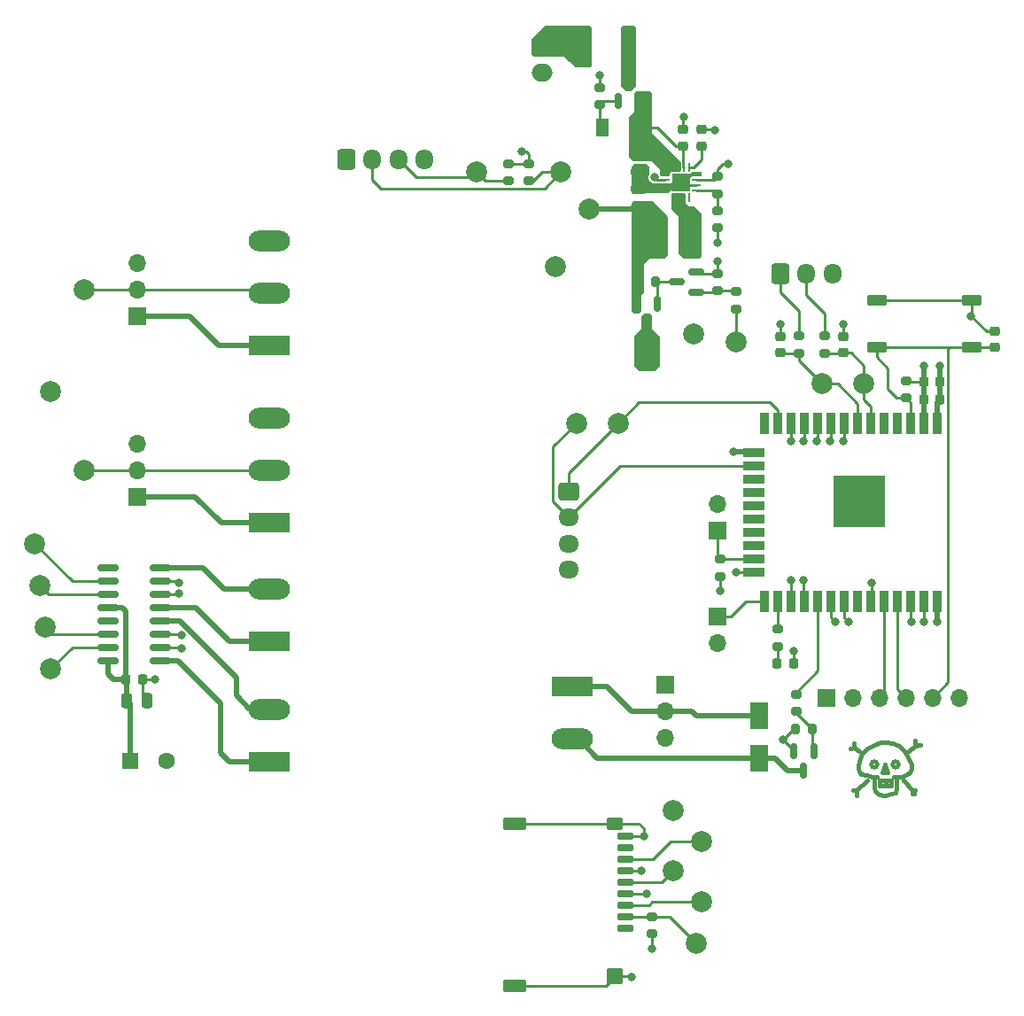
<source format=gtl>
%TF.GenerationSoftware,KiCad,Pcbnew,(6.0.5)*%
%TF.CreationDate,2022-06-07T15:07:26+00:00*%
%TF.ProjectId,co2_sensor_node,636f325f-7365-46e7-936f-725f6e6f6465,rev?*%
%TF.SameCoordinates,Original*%
%TF.FileFunction,Copper,L1,Top*%
%TF.FilePolarity,Positive*%
%FSLAX46Y46*%
G04 Gerber Fmt 4.6, Leading zero omitted, Abs format (unit mm)*
G04 Created by KiCad (PCBNEW (6.0.5)) date 2022-06-07 15:07:26*
%MOMM*%
%LPD*%
G01*
G04 APERTURE LIST*
G04 Aperture macros list*
%AMRoundRect*
0 Rectangle with rounded corners*
0 $1 Rounding radius*
0 $2 $3 $4 $5 $6 $7 $8 $9 X,Y pos of 4 corners*
0 Add a 4 corners polygon primitive as box body*
4,1,4,$2,$3,$4,$5,$6,$7,$8,$9,$2,$3,0*
0 Add four circle primitives for the rounded corners*
1,1,$1+$1,$2,$3*
1,1,$1+$1,$4,$5*
1,1,$1+$1,$6,$7*
1,1,$1+$1,$8,$9*
0 Add four rect primitives between the rounded corners*
20,1,$1+$1,$2,$3,$4,$5,0*
20,1,$1+$1,$4,$5,$6,$7,0*
20,1,$1+$1,$6,$7,$8,$9,0*
20,1,$1+$1,$8,$9,$2,$3,0*%
G04 Aperture macros list end*
%TA.AperFunction,EtchedComponent*%
%ADD10C,0.381000*%
%TD*%
%TA.AperFunction,ComponentPad*%
%ADD11R,1.700000X1.700000*%
%TD*%
%TA.AperFunction,ComponentPad*%
%ADD12O,1.700000X1.700000*%
%TD*%
%TA.AperFunction,ComponentPad*%
%ADD13C,2.000000*%
%TD*%
%TA.AperFunction,SMDPad,CuDef*%
%ADD14RoundRect,0.225000X0.250000X-0.225000X0.250000X0.225000X-0.250000X0.225000X-0.250000X-0.225000X0*%
%TD*%
%TA.AperFunction,SMDPad,CuDef*%
%ADD15RoundRect,0.200000X0.275000X-0.200000X0.275000X0.200000X-0.275000X0.200000X-0.275000X-0.200000X0*%
%TD*%
%TA.AperFunction,ComponentPad*%
%ADD16R,3.960000X1.980000*%
%TD*%
%TA.AperFunction,ComponentPad*%
%ADD17O,3.960000X1.980000*%
%TD*%
%TA.AperFunction,SMDPad,CuDef*%
%ADD18RoundRect,0.150000X-0.150000X0.587500X-0.150000X-0.587500X0.150000X-0.587500X0.150000X0.587500X0*%
%TD*%
%TA.AperFunction,SMDPad,CuDef*%
%ADD19RoundRect,0.250000X-0.475000X0.250000X-0.475000X-0.250000X0.475000X-0.250000X0.475000X0.250000X0*%
%TD*%
%TA.AperFunction,ComponentPad*%
%ADD20RoundRect,0.250000X-0.725000X0.600000X-0.725000X-0.600000X0.725000X-0.600000X0.725000X0.600000X0*%
%TD*%
%TA.AperFunction,ComponentPad*%
%ADD21O,1.950000X1.700000*%
%TD*%
%TA.AperFunction,SMDPad,CuDef*%
%ADD22RoundRect,0.100000X-0.850000X-0.400000X0.850000X-0.400000X0.850000X0.400000X-0.850000X0.400000X0*%
%TD*%
%TA.AperFunction,SMDPad,CuDef*%
%ADD23RoundRect,0.200000X-0.275000X0.200000X-0.275000X-0.200000X0.275000X-0.200000X0.275000X0.200000X0*%
%TD*%
%TA.AperFunction,ComponentPad*%
%ADD24RoundRect,0.250000X-0.750000X0.600000X-0.750000X-0.600000X0.750000X-0.600000X0.750000X0.600000X0*%
%TD*%
%TA.AperFunction,ComponentPad*%
%ADD25O,2.000000X1.700000*%
%TD*%
%TA.AperFunction,SMDPad,CuDef*%
%ADD26RoundRect,0.225000X-0.225000X-0.250000X0.225000X-0.250000X0.225000X0.250000X-0.225000X0.250000X0*%
%TD*%
%TA.AperFunction,SMDPad,CuDef*%
%ADD27RoundRect,0.110000X0.440000X1.740000X-0.440000X1.740000X-0.440000X-1.740000X0.440000X-1.740000X0*%
%TD*%
%TA.AperFunction,SMDPad,CuDef*%
%ADD28R,1.300000X1.700000*%
%TD*%
%TA.AperFunction,SMDPad,CuDef*%
%ADD29RoundRect,0.150000X0.587500X0.150000X-0.587500X0.150000X-0.587500X-0.150000X0.587500X-0.150000X0*%
%TD*%
%TA.AperFunction,SMDPad,CuDef*%
%ADD30RoundRect,0.150000X0.150000X-0.587500X0.150000X0.587500X-0.150000X0.587500X-0.150000X-0.587500X0*%
%TD*%
%TA.AperFunction,SMDPad,CuDef*%
%ADD31R,0.900000X2.000000*%
%TD*%
%TA.AperFunction,SMDPad,CuDef*%
%ADD32R,2.000000X0.900000*%
%TD*%
%TA.AperFunction,SMDPad,CuDef*%
%ADD33R,5.000000X5.000000*%
%TD*%
%TA.AperFunction,SMDPad,CuDef*%
%ADD34RoundRect,0.200000X0.200000X0.275000X-0.200000X0.275000X-0.200000X-0.275000X0.200000X-0.275000X0*%
%TD*%
%TA.AperFunction,SMDPad,CuDef*%
%ADD35RoundRect,0.200000X-0.200000X-0.275000X0.200000X-0.275000X0.200000X0.275000X-0.200000X0.275000X0*%
%TD*%
%TA.AperFunction,ComponentPad*%
%ADD36RoundRect,0.250000X-0.600000X-0.725000X0.600000X-0.725000X0.600000X0.725000X-0.600000X0.725000X0*%
%TD*%
%TA.AperFunction,ComponentPad*%
%ADD37O,1.700000X1.950000*%
%TD*%
%TA.AperFunction,SMDPad,CuDef*%
%ADD38RoundRect,0.218750X0.218750X0.256250X-0.218750X0.256250X-0.218750X-0.256250X0.218750X-0.256250X0*%
%TD*%
%TA.AperFunction,SMDPad,CuDef*%
%ADD39RoundRect,0.250000X0.475000X-0.250000X0.475000X0.250000X-0.475000X0.250000X-0.475000X-0.250000X0*%
%TD*%
%TA.AperFunction,SMDPad,CuDef*%
%ADD40RoundRect,0.250000X-0.250000X-0.475000X0.250000X-0.475000X0.250000X0.475000X-0.250000X0.475000X0*%
%TD*%
%TA.AperFunction,SMDPad,CuDef*%
%ADD41RoundRect,0.150000X-0.850000X-0.150000X0.850000X-0.150000X0.850000X0.150000X-0.850000X0.150000X0*%
%TD*%
%TA.AperFunction,ComponentPad*%
%ADD42R,1.600000X1.600000*%
%TD*%
%TA.AperFunction,ComponentPad*%
%ADD43C,1.600000*%
%TD*%
%TA.AperFunction,SMDPad,CuDef*%
%ADD44RoundRect,0.175000X-0.625000X0.175000X-0.625000X-0.175000X0.625000X-0.175000X0.625000X0.175000X0*%
%TD*%
%TA.AperFunction,SMDPad,CuDef*%
%ADD45RoundRect,0.120000X-0.630000X0.480000X-0.630000X-0.480000X0.630000X-0.480000X0.630000X0.480000X0*%
%TD*%
%TA.AperFunction,SMDPad,CuDef*%
%ADD46RoundRect,0.150000X-0.600000X0.650000X-0.600000X-0.650000X0.600000X-0.650000X0.600000X0.650000X0*%
%TD*%
%TA.AperFunction,SMDPad,CuDef*%
%ADD47RoundRect,0.120000X-0.980000X0.480000X-0.980000X-0.480000X0.980000X-0.480000X0.980000X0.480000X0*%
%TD*%
%TA.AperFunction,SMDPad,CuDef*%
%ADD48R,1.800000X2.500000*%
%TD*%
%TA.AperFunction,SMDPad,CuDef*%
%ADD49RoundRect,0.062500X0.062500X-0.350000X0.062500X0.350000X-0.062500X0.350000X-0.062500X-0.350000X0*%
%TD*%
%TA.AperFunction,SMDPad,CuDef*%
%ADD50RoundRect,0.062500X0.350000X-0.062500X0.350000X0.062500X-0.350000X0.062500X-0.350000X-0.062500X0*%
%TD*%
%TA.AperFunction,ComponentPad*%
%ADD51C,0.500000*%
%TD*%
%TA.AperFunction,SMDPad,CuDef*%
%ADD52R,1.680000X1.680000*%
%TD*%
%TA.AperFunction,SMDPad,CuDef*%
%ADD53RoundRect,0.250000X0.312500X1.450000X-0.312500X1.450000X-0.312500X-1.450000X0.312500X-1.450000X0*%
%TD*%
%TA.AperFunction,ViaPad*%
%ADD54C,0.800000*%
%TD*%
%TA.AperFunction,Conductor*%
%ADD55C,0.250000*%
%TD*%
%TA.AperFunction,Conductor*%
%ADD56C,0.500000*%
%TD*%
G04 APERTURE END LIST*
D10*
%TO.C,REF\u002A\u002A*%
X184611000Y-131659000D02*
X184865000Y-131913000D01*
X186770000Y-130262000D02*
X186389000Y-130262000D01*
X188421000Y-127341000D02*
X188929000Y-127214000D01*
X184484000Y-131405000D02*
X184484000Y-131024000D01*
X187786000Y-127849000D02*
X188421000Y-127341000D01*
X183214000Y-130008000D02*
X183722000Y-130135000D01*
X184865000Y-131913000D02*
X185246000Y-132040000D01*
X186643000Y-131024000D02*
X186643000Y-131405000D01*
X186897000Y-127341000D02*
X187405000Y-127849000D01*
X187659000Y-130008000D02*
X187151000Y-130262000D01*
X183087000Y-128738000D02*
X183341000Y-128103000D01*
X187278000Y-130643000D02*
X188167000Y-131532000D01*
X185627000Y-132040000D02*
X185246000Y-132040000D01*
X188167000Y-131532000D02*
X188421000Y-131532000D01*
X188421000Y-127341000D02*
X188421000Y-126833000D01*
X183722000Y-130135000D02*
X184357000Y-130262000D01*
X185754000Y-129881000D02*
X185246000Y-129881000D01*
X184484000Y-131024000D02*
X184484000Y-130262000D01*
X186135000Y-131151000D02*
X184992000Y-131151000D01*
X188167000Y-131532000D02*
X188167000Y-131913000D01*
X183087000Y-129754000D02*
X183214000Y-130008000D01*
X188040000Y-129119000D02*
X188040000Y-129500000D01*
X187913000Y-128738000D02*
X188040000Y-129119000D01*
X186643000Y-131405000D02*
X186516000Y-131786000D01*
X183849000Y-127595000D02*
X184484000Y-127214000D01*
X186643000Y-130262000D02*
X186643000Y-131024000D01*
X182960000Y-129500000D02*
X183087000Y-129754000D01*
X185500000Y-129119000D02*
X185754000Y-129881000D01*
X186516000Y-131786000D02*
X186135000Y-131913000D01*
X185627000Y-130770000D02*
X185627000Y-131024000D01*
X182833000Y-131532000D02*
X182833000Y-132040000D01*
X184484000Y-127214000D02*
X185119000Y-126960000D01*
X186135000Y-131913000D02*
X185627000Y-132040000D01*
X187405000Y-127849000D02*
X187659000Y-128230000D01*
X182833000Y-131532000D02*
X182452000Y-131532000D01*
X184992000Y-131151000D02*
X184992000Y-130643000D01*
X182960000Y-129246000D02*
X183087000Y-128738000D01*
X188167000Y-131913000D02*
X188294000Y-131913000D01*
X183341000Y-128103000D02*
X183849000Y-127595000D01*
X186135000Y-130643000D02*
X186135000Y-131151000D01*
X185246000Y-129881000D02*
X185500000Y-129119000D01*
X187913000Y-129881000D02*
X187659000Y-130008000D01*
X182960000Y-129500000D02*
X182960000Y-129246000D01*
X184484000Y-131405000D02*
X184611000Y-131659000D01*
X183849000Y-130643000D02*
X182833000Y-131532000D01*
X182579000Y-127468000D02*
X182579000Y-127087000D01*
X185119000Y-126960000D02*
X185627000Y-126960000D01*
X188040000Y-129500000D02*
X187913000Y-129881000D01*
X182579000Y-127468000D02*
X182198000Y-127595000D01*
X185627000Y-126960000D02*
X186262000Y-127087000D01*
X187151000Y-130262000D02*
X186770000Y-130262000D01*
X183087000Y-127849000D02*
X182579000Y-127468000D01*
X186262000Y-127087000D02*
X186897000Y-127341000D01*
X184992000Y-130643000D02*
X186135000Y-130643000D01*
X187659000Y-128230000D02*
X187913000Y-128738000D01*
X184357000Y-130262000D02*
X184738000Y-130262000D01*
X184767981Y-129119000D02*
G75*
G03*
X184767981Y-129119000I-283981J0D01*
G01*
X186799981Y-129119000D02*
G75*
G03*
X186799981Y-129119000I-283981J0D01*
G01*
%TD*%
D11*
%TO.P,JP1,1,Pin_1*%
%TO.N,/Microprocessor section/MTDO*%
X169500000Y-106750000D03*
D12*
%TO.P,JP1,2,Pin_2*%
%TO.N,+3V3*%
X169500000Y-104210000D03*
%TD*%
D13*
%TO.P,TP6,1,1*%
%TO.N,/CO2 Sensor Connector/UART_RX*%
X156000000Y-96500000D03*
%TD*%
D14*
%TO.P,C3,1*%
%TO.N,Net-(C3-Pad1)*%
X168000000Y-70000000D03*
%TO.P,C3,2*%
%TO.N,GND*%
X168000000Y-68450000D03*
%TD*%
D15*
%TO.P,R14,1*%
%TO.N,Net-(Q4-Pad1)*%
X177000000Y-124075000D03*
%TO.P,R14,2*%
%TO.N,/Fan/FAN*%
X177000000Y-122425000D03*
%TD*%
D16*
%TO.P,J3,1,Pin_1*%
%TO.N,/Valve Driver/OUT_B*%
X126625000Y-117335000D03*
D17*
%TO.P,J3,2,Pin_2*%
%TO.N,/Valve Driver/OUT_A*%
X126625000Y-112335000D03*
%TD*%
D13*
%TO.P,TP5,1,1*%
%TO.N,/Microprocessor section/PWR_EN*%
X171250000Y-88750000D03*
%TD*%
D18*
%TO.P,Q2,1,G*%
%TO.N,Net-(Q1-Pad3)*%
X163700000Y-85062500D03*
%TO.P,Q2,2,S*%
%TO.N,+3V3*%
X161800000Y-85062500D03*
%TO.P,Q2,3,D*%
%TO.N,/Atmo sensor/3V3_IN*%
X162750000Y-86937500D03*
%TD*%
%TO.P,Q4,1,G*%
%TO.N,Net-(Q4-Pad1)*%
X178700000Y-127812500D03*
%TO.P,Q4,2,S*%
%TO.N,GND*%
X176800000Y-127812500D03*
%TO.P,Q4,3,D*%
%TO.N,Net-(D3-Pad2)*%
X177750000Y-129687500D03*
%TD*%
D13*
%TO.P,TP2,1,1*%
%TO.N,/Atmo sensor/SCL*%
X154500000Y-72500000D03*
%TD*%
D19*
%TO.P,C1,1*%
%TO.N,+BATT*%
X162000000Y-70550000D03*
%TO.P,C1,2*%
%TO.N,GND*%
X162000000Y-72450000D03*
%TD*%
D16*
%TO.P,J5,1,Pin_1*%
%TO.N,/Atmo sensor/3V3_IN*%
X126625000Y-106045000D03*
D17*
%TO.P,J5,2,Pin_2*%
%TO.N,/Microprocessor section/MOISTURE_SENSOR*%
X126625000Y-101045000D03*
%TO.P,J5,3,Pin_3*%
%TO.N,GND*%
X126625000Y-96045000D03*
%TD*%
D15*
%TO.P,R3,1*%
%TO.N,Net-(D1-Pad2)*%
X175250000Y-117825000D03*
%TO.P,R3,2*%
%TO.N,/Microprocessor section/STATUS_LED*%
X175250000Y-116175000D03*
%TD*%
D13*
%TO.P,TP4,1,1*%
%TO.N,+3V3*%
X157250000Y-76000000D03*
%TD*%
D11*
%TO.P,J11,1,Pin_1*%
%TO.N,+3V3*%
X179900000Y-122750000D03*
D12*
%TO.P,J11,2,Pin_2*%
%TO.N,GND*%
X182440000Y-122750000D03*
%TO.P,J11,3,Pin_3*%
%TO.N,/Microprocessor section/RXD0*%
X184980000Y-122750000D03*
%TO.P,J11,4,Pin_4*%
%TO.N,/Microprocessor section/TXD0*%
X187520000Y-122750000D03*
%TO.P,J11,5,Pin_5*%
%TO.N,/Microprocessor section/EN*%
X190060000Y-122750000D03*
%TO.P,J11,6,Pin_6*%
%TO.N,/Microprocessor section/BOOT*%
X192600000Y-122750000D03*
%TD*%
D15*
%TO.P,R4,1*%
%TO.N,/Microprocessor section/PWR_EN*%
X171250000Y-85575000D03*
%TO.P,R4,2*%
%TO.N,Net-(Q1-Pad1)*%
X171250000Y-83925000D03*
%TD*%
D20*
%TO.P,J9,1,Pin_1*%
%TO.N,/CO2 Sensor Connector/UART_TX*%
X155250000Y-103000000D03*
D21*
%TO.P,J9,2,Pin_2*%
%TO.N,/CO2 Sensor Connector/UART_RX*%
X155250000Y-105500000D03*
%TO.P,J9,3,Pin_3*%
%TO.N,/Atmo sensor/3V3_IN*%
X155250000Y-108000000D03*
%TO.P,J9,4,Pin_4*%
%TO.N,GND*%
X155250000Y-110500000D03*
%TD*%
D13*
%TO.P,TP15,1,1*%
%TO.N,/Microprocessor section/CELL_2*%
X179500000Y-92750000D03*
%TD*%
D14*
%TO.P,C4,1*%
%TO.N,/Microprocessor section/CELL_1*%
X181500000Y-89775000D03*
%TO.P,C4,2*%
%TO.N,GND*%
X181500000Y-88225000D03*
%TD*%
D11*
%TO.P,J2,1,Pin_1*%
%TO.N,/Atmo sensor/3V3_IN*%
X114000000Y-86290000D03*
D12*
%TO.P,J2,2,Pin_2*%
%TO.N,/Microprocessor section/TEMP_SENSOR*%
X114000000Y-83750000D03*
%TO.P,J2,3,Pin_3*%
%TO.N,GND*%
X114000000Y-81210000D03*
%TD*%
D11*
%TO.P,J12,1,Pin_1*%
%TO.N,+BATT*%
X164500000Y-121475000D03*
D12*
%TO.P,J12,2,Pin_2*%
%TO.N,Net-(D3-Pad1)*%
X164500000Y-124015000D03*
%TO.P,J12,3,Pin_3*%
%TO.N,/Atmo sensor/3V3_IN*%
X164500000Y-126555000D03*
%TD*%
D13*
%TO.P,TP1,1,1*%
%TO.N,/Atmo sensor/3V3_IN*%
X162750000Y-90250000D03*
%TD*%
D22*
%TO.P,SW1,1,1*%
%TO.N,GND*%
X193800000Y-84740000D03*
X184700000Y-84740000D03*
%TO.P,SW1,2,2*%
%TO.N,/Microprocessor section/EN*%
X193800000Y-89240000D03*
X184700000Y-89240000D03*
%TD*%
D23*
%TO.P,R11,1*%
%TO.N,Net-(R10-Pad2)*%
X169500000Y-76175000D03*
%TO.P,R11,2*%
%TO.N,GND*%
X169500000Y-77825000D03*
%TD*%
D15*
%TO.P,R2,1*%
%TO.N,/Atmo sensor/SDA*%
X149500000Y-73325000D03*
%TO.P,R2,2*%
%TO.N,/Atmo sensor/3V3_IN*%
X149500000Y-71675000D03*
%TD*%
D23*
%TO.P,R13,1*%
%TO.N,+3V3*%
X187500000Y-92425000D03*
%TO.P,R13,2*%
%TO.N,/Microprocessor section/EN*%
X187500000Y-94075000D03*
%TD*%
D24*
%TO.P,J7,1,Pin_1*%
%TO.N,Net-(F1-Pad2)*%
X152775000Y-60500000D03*
D25*
%TO.P,J7,2,Pin_2*%
%TO.N,GND*%
X152775000Y-63000000D03*
%TD*%
D13*
%TO.P,TP16,1,1*%
%TO.N,/Microprocessor section/VALVE_1_REV*%
X104750000Y-112000000D03*
%TD*%
D15*
%TO.P,R9,1*%
%TO.N,Net-(D2-Pad2)*%
X158250000Y-66075000D03*
%TO.P,R9,2*%
%TO.N,GND*%
X158250000Y-64425000D03*
%TD*%
D23*
%TO.P,R7,1*%
%TO.N,Net-(J8-Pad2)*%
X179750000Y-88175000D03*
%TO.P,R7,2*%
%TO.N,/Microprocessor section/CELL_1*%
X179750000Y-89825000D03*
%TD*%
D26*
%TO.P,C12,1*%
%TO.N,/Atmo sensor/3V3_IN*%
X112975000Y-121000000D03*
%TO.P,C12,2*%
%TO.N,GND*%
X114525000Y-121000000D03*
%TD*%
D14*
%TO.P,C2,1*%
%TO.N,+BATT*%
X166225000Y-70000000D03*
%TO.P,C2,2*%
%TO.N,GND*%
X166225000Y-68450000D03*
%TD*%
D16*
%TO.P,J4,1,Pin_1*%
%TO.N,/Valve Driver/OUT_D*%
X126625000Y-128835000D03*
D17*
%TO.P,J4,2,Pin_2*%
%TO.N,/Valve Driver/OUT_C*%
X126625000Y-123835000D03*
%TD*%
D15*
%TO.P,R1,1*%
%TO.N,/Atmo sensor/SCL*%
X151500000Y-73325000D03*
%TO.P,R1,2*%
%TO.N,/Atmo sensor/3V3_IN*%
X151500000Y-71675000D03*
%TD*%
D27*
%TO.P,L1,1,1*%
%TO.N,Net-(L1-Pad1)*%
X167000000Y-78500000D03*
%TO.P,L1,2,2*%
%TO.N,+3V3*%
X164000000Y-78500000D03*
%TD*%
D13*
%TO.P,TP10,1,1*%
%TO.N,GND*%
X105750000Y-93500000D03*
%TD*%
D28*
%TO.P,D2,1,K*%
%TO.N,+BATT*%
X162000000Y-68250000D03*
%TO.P,D2,2,A*%
%TO.N,Net-(D2-Pad2)*%
X158500000Y-68250000D03*
%TD*%
D29*
%TO.P,Q1,1,G*%
%TO.N,Net-(Q1-Pad1)*%
X167437500Y-83950000D03*
%TO.P,Q1,2,S*%
%TO.N,GND*%
X167437500Y-82050000D03*
%TO.P,Q1,3,D*%
%TO.N,Net-(Q1-Pad3)*%
X165562500Y-83000000D03*
%TD*%
D13*
%TO.P,TP13,1,1*%
%TO.N,/Microprocessor section/TEMP_SENSOR*%
X109000000Y-83750000D03*
%TD*%
%TO.P,TP18,1,1*%
%TO.N,/Microprocessor section/VALVE_1_FWD*%
X104250000Y-108000000D03*
%TD*%
D11*
%TO.P,JP2,1,Pin_1*%
%TO.N,/Microprocessor section/BOOT*%
X169500000Y-114975000D03*
D12*
%TO.P,JP2,2,Pin_2*%
%TO.N,GND*%
X169500000Y-117515000D03*
%TD*%
D26*
%TO.P,C8,1*%
%TO.N,+3V3*%
X189225000Y-92500000D03*
%TO.P,C8,2*%
%TO.N,GND*%
X190775000Y-92500000D03*
%TD*%
D30*
%TO.P,Q3,1,G*%
%TO.N,Net-(D2-Pad2)*%
X160050000Y-65687500D03*
%TO.P,Q3,2,S*%
%TO.N,+BATT*%
X161950000Y-65687500D03*
%TO.P,Q3,3,D*%
%TO.N,Net-(F1-Pad1)*%
X161000000Y-63812500D03*
%TD*%
D13*
%TO.P,TP9,1,1*%
%TO.N,GND*%
X167250000Y-88000000D03*
%TD*%
D31*
%TO.P,U2,1,GND*%
%TO.N,GND*%
X190505000Y-96500000D03*
%TO.P,U2,2,VDD*%
%TO.N,+3V3*%
X189235000Y-96500000D03*
%TO.P,U2,3,EN*%
%TO.N,/Microprocessor section/EN*%
X187965000Y-96500000D03*
%TO.P,U2,4,SENSOR_VP*%
%TO.N,unconnected-(U2-Pad4)*%
X186695000Y-96500000D03*
%TO.P,U2,5,SENSOR_VN*%
%TO.N,unconnected-(U2-Pad5)*%
X185425000Y-96500000D03*
%TO.P,U2,6,IO34*%
%TO.N,/Microprocessor section/CELL_1*%
X184155000Y-96500000D03*
%TO.P,U2,7,IO35*%
%TO.N,/Microprocessor section/CELL_2*%
X182885000Y-96500000D03*
%TO.P,U2,8,IO32*%
%TO.N,/Microprocessor section/VALVE_1_FWD*%
X181615000Y-96500000D03*
%TO.P,U2,9,IO33*%
%TO.N,/Microprocessor section/VALVE_1_REV*%
X180345000Y-96500000D03*
%TO.P,U2,10,IO25*%
%TO.N,/Microprocessor section/MOISTURE_SENSOR*%
X179075000Y-96500000D03*
%TO.P,U2,11,IO26*%
%TO.N,/Microprocessor section/VALVE_2_FWD*%
X177805000Y-96500000D03*
%TO.P,U2,12,IO27*%
%TO.N,/Microprocessor section/VALVE_2_REV*%
X176535000Y-96500000D03*
%TO.P,U2,13,IO14*%
%TO.N,/CO2 Sensor Connector/UART_TX*%
X175265000Y-96500000D03*
%TO.P,U2,14,IO12*%
%TO.N,/Microprocessor section/MTDI*%
X173995000Y-96500000D03*
D32*
%TO.P,U2,15,GND*%
%TO.N,GND*%
X172995000Y-99285000D03*
%TO.P,U2,16,IO13*%
%TO.N,/CO2 Sensor Connector/UART_RX*%
X172995000Y-100555000D03*
%TO.P,U2,17,SHD/SD2*%
%TO.N,unconnected-(U2-Pad17)*%
X172995000Y-101825000D03*
%TO.P,U2,18,SWP/SD3*%
%TO.N,unconnected-(U2-Pad18)*%
X172995000Y-103095000D03*
%TO.P,U2,19,SCS/CMD*%
%TO.N,unconnected-(U2-Pad19)*%
X172995000Y-104365000D03*
%TO.P,U2,20,SCK/CLK*%
%TO.N,unconnected-(U2-Pad20)*%
X172995000Y-105635000D03*
%TO.P,U2,21,SDO/SD0*%
%TO.N,unconnected-(U2-Pad21)*%
X172995000Y-106905000D03*
%TO.P,U2,22,SDI/SD1*%
%TO.N,unconnected-(U2-Pad22)*%
X172995000Y-108175000D03*
%TO.P,U2,23,IO15*%
%TO.N,/Microprocessor section/MTDO*%
X172995000Y-109445000D03*
%TO.P,U2,24,IO2*%
%TO.N,/Microprocessor section/PWR_EN*%
X172995000Y-110715000D03*
D31*
%TO.P,U2,25,IO0*%
%TO.N,/Microprocessor section/BOOT*%
X173995000Y-113500000D03*
%TO.P,U2,26,IO4*%
%TO.N,/Microprocessor section/STATUS_LED*%
X175265000Y-113500000D03*
%TO.P,U2,27,IO16*%
%TO.N,/Atmo sensor/SDA*%
X176535000Y-113500000D03*
%TO.P,U2,28,IO17*%
%TO.N,/Atmo sensor/SCL*%
X177805000Y-113500000D03*
%TO.P,U2,29,IO5*%
%TO.N,/Fan/FAN*%
X179075000Y-113500000D03*
%TO.P,U2,30,IO18*%
%TO.N,/Microprocessor section/SPI_SCLK*%
X180345000Y-113500000D03*
%TO.P,U2,31,IO19*%
%TO.N,/Microprocessor section/SPI_MISO*%
X181615000Y-113500000D03*
%TO.P,U2,32,NC*%
%TO.N,unconnected-(U2-Pad32)*%
X182885000Y-113500000D03*
%TO.P,U2,33,IO21*%
%TO.N,/Microprocessor section/TEMP_SENSOR*%
X184155000Y-113500000D03*
%TO.P,U2,34,RXD0/IO3*%
%TO.N,/Microprocessor section/RXD0*%
X185425000Y-113500000D03*
%TO.P,U2,35,TXD0/IO1*%
%TO.N,/Microprocessor section/TXD0*%
X186695000Y-113500000D03*
%TO.P,U2,36,IO22*%
%TO.N,/Microprocessor section/SPI_SD_CSN*%
X187965000Y-113500000D03*
%TO.P,U2,37,IO23*%
%TO.N,/Microprocessor section/SPI_MOSI*%
X189235000Y-113500000D03*
%TO.P,U2,38,GND*%
%TO.N,GND*%
X190505000Y-113500000D03*
D33*
%TO.P,U2,39,GND*%
X183005000Y-104000000D03*
%TD*%
D14*
%TO.P,C7,1*%
%TO.N,/Microprocessor section/EN*%
X196000000Y-89275000D03*
%TO.P,C7,2*%
%TO.N,GND*%
X196000000Y-87725000D03*
%TD*%
D13*
%TO.P,TP12,1,1*%
%TO.N,/Microprocessor section/MOISTURE_SENSOR*%
X109000000Y-101000000D03*
%TD*%
D34*
%TO.P,R15,1*%
%TO.N,Net-(Q4-Pad1)*%
X178575000Y-125750000D03*
%TO.P,R15,2*%
%TO.N,GND*%
X176925000Y-125750000D03*
%TD*%
D35*
%TO.P,R6,1*%
%TO.N,+3V3*%
X161925000Y-83000000D03*
%TO.P,R6,2*%
%TO.N,Net-(Q1-Pad3)*%
X163575000Y-83000000D03*
%TD*%
D36*
%TO.P,J10,1,Pin_1*%
%TO.N,/Atmo sensor/3V3_IN*%
X134000000Y-71250000D03*
D37*
%TO.P,J10,2,Pin_2*%
%TO.N,/Atmo sensor/SCL*%
X136500000Y-71250000D03*
%TO.P,J10,3,Pin_3*%
%TO.N,/Atmo sensor/SDA*%
X139000000Y-71250000D03*
%TO.P,J10,4,Pin_4*%
%TO.N,GND*%
X141500000Y-71250000D03*
%TD*%
D38*
%TO.P,D1,1,K*%
%TO.N,GND*%
X176787500Y-119500000D03*
%TO.P,D1,2,A*%
%TO.N,Net-(D1-Pad2)*%
X175212500Y-119500000D03*
%TD*%
D16*
%TO.P,J6,1,Pin_1*%
%TO.N,/Atmo sensor/3V3_IN*%
X126625000Y-89045000D03*
D17*
%TO.P,J6,2,Pin_2*%
%TO.N,/Microprocessor section/TEMP_SENSOR*%
X126625000Y-84045000D03*
%TO.P,J6,3,Pin_3*%
%TO.N,GND*%
X126625000Y-79045000D03*
%TD*%
D15*
%TO.P,R12,1*%
%TO.N,GND*%
X169750000Y-111150000D03*
%TO.P,R12,2*%
%TO.N,/Microprocessor section/MTDO*%
X169750000Y-109500000D03*
%TD*%
D13*
%TO.P,TP11,1,1*%
%TO.N,GND*%
X165250000Y-133500000D03*
%TD*%
%TO.P,TP8,1,1*%
%TO.N,GND*%
X154000000Y-81500000D03*
%TD*%
D39*
%TO.P,C6,1*%
%TO.N,+3V3*%
X162000000Y-75950000D03*
%TO.P,C6,2*%
%TO.N,GND*%
X162000000Y-74050000D03*
%TD*%
D13*
%TO.P,TP3,1,1*%
%TO.N,/Atmo sensor/SDA*%
X146500000Y-72500000D03*
%TD*%
D40*
%TO.P,C11,1*%
%TO.N,/Atmo sensor/3V3_IN*%
X113050000Y-123000000D03*
%TO.P,C11,2*%
%TO.N,GND*%
X114950000Y-123000000D03*
%TD*%
D26*
%TO.P,C9,1*%
%TO.N,+3V3*%
X189225000Y-94250000D03*
%TO.P,C9,2*%
%TO.N,GND*%
X190775000Y-94250000D03*
%TD*%
D15*
%TO.P,R5,1*%
%TO.N,Net-(Q1-Pad1)*%
X169500000Y-83825000D03*
%TO.P,R5,2*%
%TO.N,GND*%
X169500000Y-82175000D03*
%TD*%
%TO.P,R16,1*%
%TO.N,/Atmo sensor/3V3_IN*%
X163250000Y-145325000D03*
%TO.P,R16,2*%
%TO.N,/Microprocessor section/SPI_SD_CSN*%
X163250000Y-143675000D03*
%TD*%
D14*
%TO.P,C5,1*%
%TO.N,/Microprocessor section/CELL_2*%
X175500000Y-89775000D03*
%TO.P,C5,2*%
%TO.N,GND*%
X175500000Y-88225000D03*
%TD*%
D13*
%TO.P,TP19,1,1*%
%TO.N,/Microprocessor section/VALVE_2_REV*%
X105750000Y-120000000D03*
%TD*%
D41*
%TO.P,U3,1*%
%TO.N,N/C*%
X111250000Y-110305000D03*
%TO.P,U3,2,INA*%
%TO.N,/Microprocessor section/VALVE_1_FWD*%
X111250000Y-111575000D03*
%TO.P,U3,3,INB*%
%TO.N,/Microprocessor section/VALVE_1_REV*%
X111250000Y-112845000D03*
%TO.P,U3,4,VDD*%
%TO.N,/Atmo sensor/3V3_IN*%
X111250000Y-114115000D03*
%TO.P,U3,5*%
%TO.N,N/C*%
X111250000Y-115385000D03*
%TO.P,U3,6,INC*%
%TO.N,/Microprocessor section/VALVE_2_FWD*%
X111250000Y-116655000D03*
%TO.P,U3,7,IND*%
%TO.N,/Microprocessor section/VALVE_2_REV*%
X111250000Y-117925000D03*
%TO.P,U3,8,VDD*%
%TO.N,/Atmo sensor/3V3_IN*%
X111250000Y-119195000D03*
%TO.P,U3,9,OUTD*%
%TO.N,/Valve Driver/OUT_D*%
X116250000Y-119195000D03*
%TO.P,U3,10,AGND*%
%TO.N,GND*%
X116250000Y-117925000D03*
%TO.P,U3,11,PGND*%
X116250000Y-116655000D03*
%TO.P,U3,12,OUTC*%
%TO.N,/Valve Driver/OUT_C*%
X116250000Y-115385000D03*
%TO.P,U3,13,OUTB*%
%TO.N,/Valve Driver/OUT_B*%
X116250000Y-114115000D03*
%TO.P,U3,14,AGND*%
%TO.N,GND*%
X116250000Y-112845000D03*
%TO.P,U3,15,PGND*%
X116250000Y-111575000D03*
%TO.P,U3,16,OUTA*%
%TO.N,/Valve Driver/OUT_A*%
X116250000Y-110305000D03*
%TD*%
D42*
%TO.P,C10,1*%
%TO.N,/Atmo sensor/3V3_IN*%
X113347349Y-128750000D03*
D43*
%TO.P,C10,2*%
%TO.N,GND*%
X116847349Y-128750000D03*
%TD*%
D11*
%TO.P,J1,1,Pin_1*%
%TO.N,/Atmo sensor/3V3_IN*%
X114000000Y-103540000D03*
D12*
%TO.P,J1,2,Pin_2*%
%TO.N,/Microprocessor section/MOISTURE_SENSOR*%
X114000000Y-101000000D03*
%TO.P,J1,3,Pin_3*%
%TO.N,GND*%
X114000000Y-98460000D03*
%TD*%
D13*
%TO.P,TP14,1,1*%
%TO.N,/Microprocessor section/CELL_1*%
X183500000Y-92750000D03*
%TD*%
%TO.P,TP20,1,1*%
%TO.N,/Microprocessor section/SPI_MOSI*%
X168000000Y-142250000D03*
%TD*%
%TO.P,TP7,1,1*%
%TO.N,/CO2 Sensor Connector/UART_TX*%
X160000000Y-96500000D03*
%TD*%
D44*
%TO.P,J14,1,DAT2*%
%TO.N,unconnected-(J14-Pad1)*%
X160700000Y-144750000D03*
%TO.P,J14,2,DAT3/CD*%
%TO.N,/Microprocessor section/SPI_SD_CSN*%
X160700000Y-143650000D03*
%TO.P,J14,3,CMD*%
%TO.N,/Microprocessor section/SPI_MOSI*%
X160700000Y-142550000D03*
%TO.P,J14,4,VDD*%
%TO.N,/Atmo sensor/3V3_IN*%
X160700000Y-141450000D03*
%TO.P,J14,5,CLK*%
%TO.N,/Microprocessor section/SPI_SCLK*%
X160700000Y-140350000D03*
%TO.P,J14,6,VSS*%
%TO.N,GND*%
X160700000Y-139250000D03*
%TO.P,J14,7,DAT0*%
%TO.N,/Microprocessor section/SPI_MISO*%
X160700000Y-138150000D03*
%TO.P,J14,8,DAT1*%
%TO.N,unconnected-(J14-Pad8)*%
X160700000Y-137050000D03*
%TO.P,J14,9,DET_B*%
%TO.N,GND*%
X160700000Y-135950000D03*
D45*
%TO.P,J14,11,SHIELD*%
X159700000Y-134750000D03*
D46*
X159700000Y-149350000D03*
D47*
X150100000Y-150250000D03*
X150100000Y-134750000D03*
%TD*%
D48*
%TO.P,D3,1,K*%
%TO.N,Net-(D3-Pad1)*%
X173500000Y-124500000D03*
%TO.P,D3,2,A*%
%TO.N,Net-(D3-Pad2)*%
X173500000Y-128500000D03*
%TD*%
D13*
%TO.P,TP17,1,1*%
%TO.N,/Microprocessor section/VALVE_2_FWD*%
X105250000Y-116000000D03*
%TD*%
%TO.P,TP21,1,1*%
%TO.N,/Microprocessor section/SPI_SCLK*%
X165250000Y-139250000D03*
%TD*%
%TO.P,TP22,1,1*%
%TO.N,/Microprocessor section/SPI_SD_CSN*%
X167500000Y-146250000D03*
%TD*%
D49*
%TO.P,U1,1,SW*%
%TO.N,Net-(L1-Pad1)*%
X165250000Y-74962500D03*
%TO.P,U1,2,SW*%
X165750000Y-74962500D03*
%TO.P,U1,3,SW*%
X166250000Y-74962500D03*
%TO.P,U1,4,PG*%
%TO.N,unconnected-(U1-Pad4)*%
X166750000Y-74962500D03*
D50*
%TO.P,U1,5,FB*%
%TO.N,Net-(R10-Pad2)*%
X167462500Y-74250000D03*
%TO.P,U1,6,AGND*%
%TO.N,GND*%
X167462500Y-73750000D03*
%TO.P,U1,7,FSW*%
%TO.N,+3V3*%
X167462500Y-73250000D03*
%TO.P,U1,8,DEF*%
%TO.N,GND*%
X167462500Y-72750000D03*
D49*
%TO.P,U1,9,SS/TR*%
%TO.N,Net-(C3-Pad1)*%
X166750000Y-72037500D03*
%TO.P,U1,10,AVIN*%
%TO.N,+BATT*%
X166250000Y-72037500D03*
%TO.P,U1,11,PVIN*%
X165750000Y-72037500D03*
%TO.P,U1,12,PVIN*%
X165250000Y-72037500D03*
D50*
%TO.P,U1,13,EN*%
X164537500Y-72750000D03*
%TO.P,U1,14,VOS*%
%TO.N,+3V3*%
X164537500Y-73250000D03*
%TO.P,U1,15,PGND*%
%TO.N,GND*%
X164537500Y-73750000D03*
%TO.P,U1,16,PGND*%
X164537500Y-74250000D03*
D51*
%TO.P,U1,17,EP*%
X166590000Y-74090000D03*
X165410000Y-74090000D03*
D52*
X166000000Y-73500000D03*
D51*
X166590000Y-72910000D03*
X165410000Y-72910000D03*
%TD*%
D16*
%TO.P,J13,1,Pin_1*%
%TO.N,Net-(D3-Pad1)*%
X155625000Y-121665000D03*
D17*
%TO.P,J13,2,Pin_2*%
%TO.N,Net-(D3-Pad2)*%
X155625000Y-126665000D03*
%TD*%
D53*
%TO.P,F1,1*%
%TO.N,Net-(F1-Pad1)*%
X160887500Y-60250000D03*
%TO.P,F1,2*%
%TO.N,Net-(F1-Pad2)*%
X156612500Y-60250000D03*
%TD*%
D13*
%TO.P,TP23,1,1*%
%TO.N,/Microprocessor section/SPI_MISO*%
X168000000Y-136500000D03*
%TD*%
D23*
%TO.P,R10,1*%
%TO.N,+3V3*%
X169500000Y-72925000D03*
%TO.P,R10,2*%
%TO.N,Net-(R10-Pad2)*%
X169500000Y-74575000D03*
%TD*%
D36*
%TO.P,J8,1,Pin_1*%
%TO.N,Net-(J8-Pad1)*%
X175500000Y-82225000D03*
D37*
%TO.P,J8,2,Pin_2*%
%TO.N,Net-(J8-Pad2)*%
X178000000Y-82225000D03*
%TO.P,J8,3,Pin_3*%
%TO.N,GND*%
X180500000Y-82225000D03*
%TD*%
D23*
%TO.P,R8,1*%
%TO.N,Net-(J8-Pad1)*%
X177250000Y-88175000D03*
%TO.P,R8,2*%
%TO.N,/Microprocessor section/CELL_2*%
X177250000Y-89825000D03*
%TD*%
D54*
%TO.N,GND*%
X169750000Y-112500000D03*
X118250000Y-116750000D03*
X181500000Y-102500000D03*
X181500000Y-87000000D03*
X118000000Y-112750000D03*
X169250000Y-68500000D03*
X169500000Y-79250000D03*
X162250000Y-139250000D03*
X190500000Y-115500000D03*
X175750000Y-126750000D03*
X118250000Y-118000000D03*
X193750000Y-86250000D03*
X183000000Y-104250000D03*
X115750000Y-121000000D03*
X176750000Y-118250000D03*
X118000000Y-111750000D03*
X171000000Y-99250000D03*
X184500000Y-105750000D03*
X184500000Y-102500000D03*
X181500000Y-105750000D03*
X162500000Y-136000000D03*
X190750000Y-91000000D03*
X169500000Y-81000000D03*
X158250000Y-63250000D03*
X175500000Y-87000000D03*
X166250000Y-67250000D03*
X161250000Y-149400000D03*
%TO.N,/Atmo sensor/3V3_IN*%
X163250000Y-146750000D03*
X162750000Y-141500000D03*
X150750000Y-70500000D03*
%TO.N,+BATT*%
X163750000Y-70750000D03*
%TO.N,+3V3*%
X163500000Y-73000000D03*
X189250000Y-91000000D03*
X162250000Y-77750000D03*
X162250000Y-79250000D03*
X170500000Y-71750000D03*
%TO.N,/Microprocessor section/MOISTURE_SENSOR*%
X179000000Y-98250000D03*
%TO.N,/Microprocessor section/TEMP_SENSOR*%
X184250000Y-111750000D03*
%TO.N,/Atmo sensor/SCL*%
X177750000Y-111500000D03*
%TO.N,/Atmo sensor/SDA*%
X176500000Y-111500000D03*
%TO.N,/Microprocessor section/SPI_MOSI*%
X189250000Y-115500000D03*
%TO.N,/Microprocessor section/SPI_SCLK*%
X180750000Y-115500000D03*
%TO.N,/Microprocessor section/SPI_MISO*%
X182000000Y-115500000D03*
%TO.N,/Microprocessor section/SPI_SD_CSN*%
X188000000Y-115500000D03*
%TO.N,/Microprocessor section/PWR_EN*%
X171250000Y-110750000D03*
%TO.N,/Microprocessor section/VALVE_1_REV*%
X180250000Y-98250000D03*
%TO.N,/Microprocessor section/VALVE_2_FWD*%
X177750000Y-98250000D03*
%TO.N,/Microprocessor section/VALVE_1_FWD*%
X181500000Y-98250000D03*
%TO.N,/Microprocessor section/VALVE_2_REV*%
X176500000Y-98250000D03*
%TD*%
D55*
%TO.N,GND*%
X115750000Y-121000000D02*
X114525000Y-121000000D01*
X158250000Y-64425000D02*
X158250000Y-63250000D01*
X195225000Y-87725000D02*
X196000000Y-87725000D01*
X176800000Y-127800000D02*
X175750000Y-126750000D01*
X160700000Y-139250000D02*
X162250000Y-139250000D01*
D56*
X190505000Y-96500000D02*
X190505000Y-94520000D01*
D55*
X116250000Y-116655000D02*
X118155000Y-116655000D01*
X169750000Y-112500000D02*
X169750000Y-111150000D01*
X166250000Y-73750000D02*
X166000000Y-73500000D01*
X114525000Y-121000000D02*
X114525000Y-122575000D01*
X167562500Y-82175000D02*
X167437500Y-82050000D01*
X162500000Y-135250000D02*
X162500000Y-136000000D01*
X114525000Y-122575000D02*
X114950000Y-123000000D01*
D56*
X190500000Y-115500000D02*
X190500000Y-113505000D01*
D55*
X160700000Y-135950000D02*
X162450000Y-135950000D01*
X176925000Y-125750000D02*
X176750000Y-125750000D01*
X176800000Y-127812500D02*
X176800000Y-127800000D01*
X193750000Y-86250000D02*
X195225000Y-87725000D01*
D56*
X190775000Y-94250000D02*
X190775000Y-92500000D01*
D55*
X166225000Y-67275000D02*
X166250000Y-67250000D01*
X169500000Y-79250000D02*
X169500000Y-77825000D01*
X169500000Y-81000000D02*
X169500000Y-82175000D01*
D56*
X190775000Y-92500000D02*
X190775000Y-91025000D01*
D55*
X116250000Y-112845000D02*
X117905000Y-112845000D01*
D56*
X190505000Y-94520000D02*
X190775000Y-94250000D01*
D55*
X181500000Y-88225000D02*
X181500000Y-87000000D01*
X159700000Y-134750000D02*
X162000000Y-134750000D01*
X117905000Y-112845000D02*
X118000000Y-112750000D01*
X117825000Y-111575000D02*
X118000000Y-111750000D01*
X116250000Y-117925000D02*
X118175000Y-117925000D01*
X169500000Y-82175000D02*
X167562500Y-82175000D01*
X150100000Y-134750000D02*
X159700000Y-134750000D01*
X176787500Y-118287500D02*
X176750000Y-118250000D01*
D56*
X190775000Y-91025000D02*
X190750000Y-91000000D01*
D55*
X166225000Y-68450000D02*
X166225000Y-67275000D01*
X159650000Y-149400000D02*
X159700000Y-149350000D01*
X118155000Y-116655000D02*
X118250000Y-116750000D01*
X162000000Y-134750000D02*
X162500000Y-135250000D01*
X162450000Y-135950000D02*
X162500000Y-136000000D01*
X176750000Y-125750000D02*
X175750000Y-126750000D01*
X161200000Y-149350000D02*
X161250000Y-149400000D01*
X158800000Y-150250000D02*
X159650000Y-149400000D01*
X193800000Y-86200000D02*
X193750000Y-86250000D01*
X168000000Y-68450000D02*
X169200000Y-68450000D01*
D56*
X171000000Y-99250000D02*
X172960000Y-99250000D01*
D55*
X159700000Y-149350000D02*
X161200000Y-149350000D01*
X150100000Y-150250000D02*
X158800000Y-150250000D01*
D56*
X172960000Y-99250000D02*
X172995000Y-99285000D01*
D55*
X167462500Y-73750000D02*
X166250000Y-73750000D01*
X175500000Y-88225000D02*
X175500000Y-87000000D01*
D56*
X190500000Y-113505000D02*
X190505000Y-113500000D01*
D55*
X193800000Y-84740000D02*
X193800000Y-86200000D01*
X169200000Y-68450000D02*
X169250000Y-68500000D01*
X116250000Y-111575000D02*
X117825000Y-111575000D01*
X184700000Y-84740000D02*
X193800000Y-84740000D01*
X176787500Y-119500000D02*
X176787500Y-118287500D01*
X118175000Y-117925000D02*
X118250000Y-118000000D01*
%TO.N,/Microprocessor section/CELL_1*%
X184155000Y-94905000D02*
X184155000Y-96500000D01*
X181450000Y-89825000D02*
X181500000Y-89775000D01*
X181500000Y-89775000D02*
X181525000Y-89750000D01*
X179750000Y-89825000D02*
X181450000Y-89825000D01*
X181525000Y-89750000D02*
X182250000Y-89750000D01*
X183500000Y-91000000D02*
X183500000Y-92750000D01*
X183500000Y-92750000D02*
X183500000Y-94250000D01*
X182250000Y-89750000D02*
X183500000Y-91000000D01*
X183500000Y-94250000D02*
X184155000Y-94905000D01*
%TO.N,/Microprocessor section/CELL_2*%
X179500000Y-92750000D02*
X181000000Y-92750000D01*
X182885000Y-94635000D02*
X182885000Y-96500000D01*
X175550000Y-89825000D02*
X175500000Y-89775000D01*
X177250000Y-89825000D02*
X175550000Y-89825000D01*
X177250000Y-90500000D02*
X179500000Y-92750000D01*
X181000000Y-92750000D02*
X182885000Y-94635000D01*
X177250000Y-89825000D02*
X177250000Y-90500000D01*
D56*
%TO.N,/Atmo sensor/3V3_IN*%
X112975000Y-121000000D02*
X112975000Y-114475000D01*
X114000000Y-86290000D02*
X119040000Y-86290000D01*
D55*
X162700000Y-141450000D02*
X162750000Y-141500000D01*
D56*
X121795000Y-89045000D02*
X126625000Y-89045000D01*
D55*
X151250000Y-70500000D02*
X151500000Y-70750000D01*
X151500000Y-70750000D02*
X151500000Y-71675000D01*
X163250000Y-146750000D02*
X163250000Y-145325000D01*
D56*
X113347349Y-123297349D02*
X113050000Y-123000000D01*
X122045000Y-106045000D02*
X126625000Y-106045000D01*
X119040000Y-86290000D02*
X121795000Y-89045000D01*
X114000000Y-103540000D02*
X119540000Y-103540000D01*
X112975000Y-114475000D02*
X112615000Y-114115000D01*
X113050000Y-121075000D02*
X112975000Y-121000000D01*
X113347349Y-128750000D02*
X113347349Y-123297349D01*
X111750000Y-121000000D02*
X111250000Y-120500000D01*
X119540000Y-103540000D02*
X122045000Y-106045000D01*
X113050000Y-123000000D02*
X113050000Y-121075000D01*
X111250000Y-120500000D02*
X111250000Y-119195000D01*
X112975000Y-121000000D02*
X111750000Y-121000000D01*
X112615000Y-114115000D02*
X111250000Y-114115000D01*
D55*
X149500000Y-71675000D02*
X151500000Y-71675000D01*
X150750000Y-70500000D02*
X151250000Y-70500000D01*
X160700000Y-141450000D02*
X162700000Y-141450000D01*
%TO.N,+BATT*%
X163750000Y-68250000D02*
X165500000Y-70000000D01*
X166225000Y-70000000D02*
X166225000Y-72012500D01*
X166225000Y-72012500D02*
X166250000Y-72037500D01*
X165500000Y-70000000D02*
X166225000Y-70000000D01*
X162000000Y-68250000D02*
X163750000Y-68250000D01*
%TO.N,+3V3*%
X170500000Y-71750000D02*
X170000000Y-71750000D01*
D56*
X189235000Y-96500000D02*
X189235000Y-94260000D01*
X189225000Y-94250000D02*
X189225000Y-92500000D01*
D55*
X164537500Y-73250000D02*
X163750000Y-73250000D01*
D56*
X189250000Y-91000000D02*
X189250000Y-92475000D01*
X189250000Y-92475000D02*
X189225000Y-92500000D01*
X161950000Y-76000000D02*
X162000000Y-75950000D01*
X157250000Y-76000000D02*
X161950000Y-76000000D01*
D55*
X189225000Y-92500000D02*
X187575000Y-92500000D01*
X169175000Y-73250000D02*
X169500000Y-72925000D01*
D56*
X189235000Y-94260000D02*
X189225000Y-94250000D01*
D55*
X163750000Y-73250000D02*
X163500000Y-73000000D01*
X169500000Y-72250000D02*
X169500000Y-72925000D01*
X167462500Y-73250000D02*
X169175000Y-73250000D01*
X187575000Y-92500000D02*
X187500000Y-92425000D01*
X170000000Y-71750000D02*
X169500000Y-72250000D01*
%TO.N,/Microprocessor section/EN*%
X187965000Y-94540000D02*
X187965000Y-96500000D01*
X195965000Y-89240000D02*
X196000000Y-89275000D01*
X187500000Y-94075000D02*
X186575000Y-94075000D01*
X184700000Y-90200000D02*
X184700000Y-89240000D01*
X191549520Y-121260480D02*
X191549520Y-89430480D01*
X185750000Y-91250000D02*
X184700000Y-90200000D01*
X186575000Y-94075000D02*
X185750000Y-93250000D01*
X184700000Y-89240000D02*
X191740000Y-89240000D01*
X191740000Y-89240000D02*
X193800000Y-89240000D01*
X193800000Y-89240000D02*
X195965000Y-89240000D01*
X185750000Y-93250000D02*
X185750000Y-91250000D01*
X191549520Y-89430480D02*
X191740000Y-89240000D01*
X190060000Y-122750000D02*
X191549520Y-121260480D01*
X187500000Y-94075000D02*
X187965000Y-94540000D01*
%TO.N,Net-(D1-Pad2)*%
X175250000Y-119462500D02*
X175212500Y-119500000D01*
X175250000Y-117825000D02*
X175250000Y-119462500D01*
%TO.N,Net-(D2-Pad2)*%
X158250000Y-66075000D02*
X158250000Y-68000000D01*
X158250000Y-68000000D02*
X158500000Y-68250000D01*
X160050000Y-65687500D02*
X158637500Y-65687500D01*
X158637500Y-65687500D02*
X158250000Y-66075000D01*
D56*
%TO.N,Net-(D3-Pad2)*%
X177750000Y-129687500D02*
X176187500Y-129687500D01*
X175000000Y-128500000D02*
X173500000Y-128500000D01*
X176187500Y-129687500D02*
X175000000Y-128500000D01*
X173500000Y-128500000D02*
X158000000Y-128500000D01*
X156165000Y-126665000D02*
X155625000Y-126665000D01*
X158000000Y-128500000D02*
X156165000Y-126665000D01*
D55*
%TO.N,/Microprocessor section/MOISTURE_SENSOR*%
X179075000Y-96500000D02*
X179075000Y-98175000D01*
X126625000Y-101045000D02*
X114045000Y-101045000D01*
X179075000Y-98175000D02*
X179000000Y-98250000D01*
X114000000Y-101000000D02*
X109000000Y-101000000D01*
X114045000Y-101045000D02*
X114000000Y-101000000D01*
%TO.N,/Microprocessor section/TEMP_SENSOR*%
X126330000Y-83750000D02*
X126625000Y-84045000D01*
X184250000Y-113405000D02*
X184155000Y-113500000D01*
X114000000Y-83750000D02*
X126330000Y-83750000D01*
X184250000Y-111750000D02*
X184250000Y-113405000D01*
X109000000Y-83750000D02*
X114000000Y-83750000D01*
%TO.N,/CO2 Sensor Connector/UART_TX*%
X162000000Y-94500000D02*
X174515000Y-94500000D01*
X174515000Y-94500000D02*
X175265000Y-95250000D01*
X155250000Y-101250000D02*
X160000000Y-96500000D01*
X160000000Y-96500000D02*
X162000000Y-94500000D01*
X175265000Y-95250000D02*
X175265000Y-96500000D01*
X155250000Y-103000000D02*
X155250000Y-101250000D01*
%TO.N,/CO2 Sensor Connector/UART_RX*%
X160195000Y-100555000D02*
X172995000Y-100555000D01*
X153750000Y-98750000D02*
X156000000Y-96500000D01*
X155250000Y-105500000D02*
X160195000Y-100555000D01*
X155250000Y-105500000D02*
X153750000Y-104000000D01*
X153750000Y-104000000D02*
X153750000Y-98750000D01*
%TO.N,/Atmo sensor/SCL*%
X177750000Y-113445000D02*
X177805000Y-113500000D01*
X152950480Y-74049520D02*
X137299520Y-74049520D01*
X136500000Y-73250000D02*
X136500000Y-71250000D01*
X152750000Y-72500000D02*
X154500000Y-72500000D01*
X151925000Y-73325000D02*
X152750000Y-72500000D01*
X151500000Y-73325000D02*
X151925000Y-73325000D01*
X154500000Y-72500000D02*
X152950480Y-74049520D01*
X137299520Y-74049520D02*
X136500000Y-73250000D01*
X177750000Y-111500000D02*
X177750000Y-113445000D01*
%TO.N,/Atmo sensor/SDA*%
X146000000Y-73000000D02*
X146500000Y-72500000D01*
X147325000Y-73325000D02*
X146500000Y-72500000D01*
X176500000Y-113465000D02*
X176535000Y-113500000D01*
X176500000Y-111500000D02*
X176500000Y-113465000D01*
X140750000Y-73000000D02*
X146000000Y-73000000D01*
X149500000Y-73325000D02*
X147325000Y-73325000D01*
X139000000Y-71250000D02*
X140750000Y-73000000D01*
%TO.N,/Microprocessor section/SPI_MOSI*%
X162950000Y-142550000D02*
X163250000Y-142250000D01*
X163250000Y-142250000D02*
X168000000Y-142250000D01*
X160700000Y-142550000D02*
X162950000Y-142550000D01*
X189235000Y-113500000D02*
X189235000Y-115485000D01*
X189235000Y-115485000D02*
X189250000Y-115500000D01*
%TO.N,/Microprocessor section/SPI_SCLK*%
X160700000Y-140350000D02*
X164150000Y-140350000D01*
X180345000Y-115095000D02*
X180750000Y-115500000D01*
X164150000Y-140350000D02*
X165250000Y-139250000D01*
X180345000Y-113500000D02*
X180345000Y-115095000D01*
%TO.N,/Microprocessor section/SPI_MISO*%
X181615000Y-113500000D02*
X181615000Y-115115000D01*
X165000000Y-136500000D02*
X168000000Y-136500000D01*
X163350000Y-138150000D02*
X165000000Y-136500000D01*
X160700000Y-138150000D02*
X163350000Y-138150000D01*
X181615000Y-115115000D02*
X182000000Y-115500000D01*
%TO.N,/Microprocessor section/SPI_SD_CSN*%
X163225000Y-143650000D02*
X163250000Y-143675000D01*
X163250000Y-143675000D02*
X164925000Y-143675000D01*
X187965000Y-113500000D02*
X187965000Y-115465000D01*
X160700000Y-143650000D02*
X163225000Y-143650000D01*
X187965000Y-115465000D02*
X188000000Y-115500000D01*
X164925000Y-143675000D02*
X167500000Y-146250000D01*
%TO.N,/Microprocessor section/RXD0*%
X185425000Y-113500000D02*
X185425000Y-122305000D01*
X185425000Y-122305000D02*
X184980000Y-122750000D01*
%TO.N,/Microprocessor section/TXD0*%
X186695000Y-113500000D02*
X186695000Y-121925000D01*
X186695000Y-121925000D02*
X187520000Y-122750000D01*
%TO.N,/Microprocessor section/BOOT*%
X169500000Y-114975000D02*
X170775000Y-114975000D01*
X170775000Y-114975000D02*
X172250000Y-113500000D01*
X172250000Y-113500000D02*
X173995000Y-113500000D01*
%TO.N,/Microprocessor section/MTDO*%
X169750000Y-109500000D02*
X169805000Y-109445000D01*
X169500000Y-109250000D02*
X169500000Y-106750000D01*
X169750000Y-109500000D02*
X169500000Y-109250000D01*
X169805000Y-109445000D02*
X172995000Y-109445000D01*
%TO.N,Net-(Q1-Pad1)*%
X169375000Y-83950000D02*
X169500000Y-83825000D01*
X171150000Y-83825000D02*
X171250000Y-83925000D01*
X169500000Y-83825000D02*
X171150000Y-83825000D01*
X167437500Y-83950000D02*
X169375000Y-83950000D01*
%TO.N,Net-(Q1-Pad3)*%
X163700000Y-83125000D02*
X163575000Y-83000000D01*
X163700000Y-85062500D02*
X163700000Y-83125000D01*
X163575000Y-83000000D02*
X165562500Y-83000000D01*
%TO.N,/Microprocessor section/PWR_EN*%
X172960000Y-110750000D02*
X172995000Y-110715000D01*
X171250000Y-85575000D02*
X171250000Y-88750000D01*
X171250000Y-110750000D02*
X172960000Y-110750000D01*
%TO.N,/Microprocessor section/STATUS_LED*%
X175265000Y-116160000D02*
X175250000Y-116175000D01*
X175265000Y-113500000D02*
X175265000Y-116160000D01*
%TO.N,/Fan/FAN*%
X177000000Y-122250000D02*
X177000000Y-122425000D01*
X179075000Y-120175000D02*
X179075000Y-113500000D01*
X179075000Y-120175000D02*
X177000000Y-122250000D01*
%TO.N,Net-(C3-Pad1)*%
X166750000Y-72037500D02*
X167212500Y-72037500D01*
X168000000Y-71250000D02*
X168000000Y-70000000D01*
X167212500Y-72037500D02*
X168000000Y-71250000D01*
D56*
%TO.N,/Valve Driver/OUT_A*%
X116250000Y-110305000D02*
X120305000Y-110305000D01*
X122335000Y-112335000D02*
X126625000Y-112335000D01*
X120305000Y-110305000D02*
X122335000Y-112335000D01*
%TO.N,/Valve Driver/OUT_B*%
X116250000Y-114115000D02*
X119615000Y-114115000D01*
X122835000Y-117335000D02*
X126625000Y-117335000D01*
X119615000Y-114115000D02*
X122835000Y-117335000D01*
%TO.N,/Valve Driver/OUT_C*%
X124835000Y-123835000D02*
X126625000Y-123835000D01*
X123500000Y-122500000D02*
X124835000Y-123835000D01*
X123500000Y-120798609D02*
X123500000Y-122500000D01*
X116250000Y-115385000D02*
X118086391Y-115385000D01*
X118086391Y-115385000D02*
X123500000Y-120798609D01*
%TO.N,/Valve Driver/OUT_D*%
X116250000Y-119195000D02*
X117945000Y-119195000D01*
X122835000Y-128835000D02*
X126625000Y-128835000D01*
X122000000Y-123250000D02*
X122000000Y-128000000D01*
X122000000Y-128000000D02*
X122835000Y-128835000D01*
X117945000Y-119195000D02*
X122000000Y-123250000D01*
D55*
%TO.N,Net-(J8-Pad1)*%
X177250000Y-88175000D02*
X177250000Y-85750000D01*
X177250000Y-85750000D02*
X175500000Y-84000000D01*
X175500000Y-84000000D02*
X175500000Y-82225000D01*
%TO.N,Net-(J8-Pad2)*%
X179750000Y-86000000D02*
X178000000Y-84250000D01*
X179750000Y-88175000D02*
X179750000Y-86000000D01*
X178000000Y-84250000D02*
X178000000Y-82225000D01*
D56*
%TO.N,Net-(D3-Pad1)*%
X167015000Y-124015000D02*
X164500000Y-124015000D01*
X164500000Y-124015000D02*
X161265000Y-124015000D01*
X167500000Y-124500000D02*
X167015000Y-124015000D01*
X161265000Y-124015000D02*
X158915000Y-121665000D01*
X158915000Y-121665000D02*
X155625000Y-121665000D01*
X173500000Y-124500000D02*
X167500000Y-124500000D01*
D55*
%TO.N,Net-(Q4-Pad1)*%
X177000000Y-124075000D02*
X177000000Y-124175000D01*
X178575000Y-125750000D02*
X178575000Y-127687500D01*
X178575000Y-127687500D02*
X178700000Y-127812500D01*
X177000000Y-124175000D02*
X178575000Y-125750000D01*
%TO.N,Net-(R10-Pad2)*%
X169175000Y-74250000D02*
X169500000Y-74575000D01*
X169500000Y-74575000D02*
X169500000Y-76175000D01*
X167462500Y-74250000D02*
X169175000Y-74250000D01*
%TO.N,/Microprocessor section/VALVE_1_REV*%
X180345000Y-98155000D02*
X180250000Y-98250000D01*
X111250000Y-112845000D02*
X105595000Y-112845000D01*
X105595000Y-112845000D02*
X104750000Y-112000000D01*
X180345000Y-96500000D02*
X180345000Y-98155000D01*
%TO.N,/Microprocessor section/VALVE_2_FWD*%
X105905000Y-116655000D02*
X111250000Y-116655000D01*
X177805000Y-96500000D02*
X177805000Y-98195000D01*
X105250000Y-116000000D02*
X105905000Y-116655000D01*
X177805000Y-98195000D02*
X177750000Y-98250000D01*
%TO.N,/Microprocessor section/VALVE_1_FWD*%
X107825000Y-111575000D02*
X104250000Y-108000000D01*
X181615000Y-98135000D02*
X181500000Y-98250000D01*
X181615000Y-96500000D02*
X181615000Y-98135000D01*
X111250000Y-111575000D02*
X107825000Y-111575000D01*
%TO.N,/Microprocessor section/VALVE_2_REV*%
X105750000Y-120000000D02*
X107825000Y-117925000D01*
X107825000Y-117925000D02*
X111250000Y-117925000D01*
X176535000Y-96500000D02*
X176535000Y-98215000D01*
X176535000Y-98215000D02*
X176500000Y-98250000D01*
%TD*%
%TA.AperFunction,Conductor*%
%TO.N,+BATT*%
G36*
X163015931Y-64770002D02*
G01*
X163036905Y-64786905D01*
X163213095Y-64963095D01*
X163247121Y-65025407D01*
X163250000Y-65052190D01*
X163250000Y-68750000D01*
X165963095Y-71463095D01*
X165997121Y-71525407D01*
X166000000Y-71552190D01*
X166000000Y-72333500D01*
X165979998Y-72401621D01*
X165926342Y-72448114D01*
X165874000Y-72459500D01*
X165417778Y-72459500D01*
X165417009Y-72459498D01*
X165348231Y-72459078D01*
X165347011Y-72459427D01*
X165345933Y-72459500D01*
X165140252Y-72459500D01*
X165081769Y-72471133D01*
X165071450Y-72478028D01*
X165070347Y-72478765D01*
X165067821Y-72479531D01*
X165059985Y-72482777D01*
X165059665Y-72482005D01*
X165033999Y-72489791D01*
X165035498Y-72494896D01*
X165018116Y-72500000D01*
X165000000Y-72500000D01*
X165000000Y-72513547D01*
X164997121Y-72526783D01*
X164992298Y-72525734D01*
X164982005Y-72559665D01*
X164982777Y-72559985D01*
X164979531Y-72567821D01*
X164978765Y-72570347D01*
X164971133Y-72581769D01*
X164959500Y-72640252D01*
X164959500Y-72798500D01*
X164939498Y-72866621D01*
X164885842Y-72913114D01*
X164833500Y-72924500D01*
X164226690Y-72924500D01*
X164158569Y-72904498D01*
X164137595Y-72887595D01*
X164096973Y-72846973D01*
X164069659Y-72806096D01*
X164061074Y-72785369D01*
X164024536Y-72697159D01*
X164019509Y-72690607D01*
X164016880Y-72686054D01*
X164000000Y-72623055D01*
X164000000Y-72250000D01*
X163250000Y-71500000D01*
X161552190Y-71500000D01*
X161484069Y-71479998D01*
X161463095Y-71463095D01*
X161036905Y-71036905D01*
X161002879Y-70974593D01*
X161000000Y-70947810D01*
X161000000Y-67302190D01*
X161020002Y-67234069D01*
X161036905Y-67213095D01*
X161500000Y-66750000D01*
X161500000Y-65052190D01*
X161520002Y-64984069D01*
X161536905Y-64963095D01*
X161713095Y-64786905D01*
X161775407Y-64752879D01*
X161802190Y-64750000D01*
X162947810Y-64750000D01*
X163015931Y-64770002D01*
G37*
%TD.AperFunction*%
%TD*%
%TA.AperFunction,Conductor*%
%TO.N,GND*%
G36*
X162768306Y-71768306D02*
G01*
X162981694Y-71981694D01*
X163000000Y-72025888D01*
X163000000Y-72643966D01*
X162987085Y-72682013D01*
X162977957Y-72693909D01*
X162977955Y-72693913D01*
X162975464Y-72697159D01*
X162973897Y-72700942D01*
X162916960Y-72838401D01*
X162914956Y-72843238D01*
X162914421Y-72847300D01*
X162914421Y-72847301D01*
X162902249Y-72939760D01*
X162894318Y-73000000D01*
X162914956Y-73156762D01*
X162916524Y-73160547D01*
X162916524Y-73160548D01*
X162961319Y-73268692D01*
X162975464Y-73302841D01*
X163071718Y-73428282D01*
X163197159Y-73524536D01*
X163200942Y-73526103D01*
X163339452Y-73583476D01*
X163339453Y-73583476D01*
X163343238Y-73585044D01*
X163347300Y-73585579D01*
X163347301Y-73585579D01*
X163495936Y-73605147D01*
X163500000Y-73605682D01*
X163504064Y-73605147D01*
X163652699Y-73585579D01*
X163652700Y-73585579D01*
X163656762Y-73585044D01*
X163660544Y-73583478D01*
X163660546Y-73583477D01*
X163670946Y-73579169D01*
X163711039Y-73576542D01*
X163721193Y-73579263D01*
X163761485Y-73575738D01*
X163766933Y-73575500D01*
X164565975Y-73575500D01*
X164565977Y-73575499D01*
X164913400Y-73575499D01*
X164916409Y-73574900D01*
X164916414Y-73574900D01*
X164984079Y-73561441D01*
X164990117Y-73560240D01*
X165064509Y-73510533D01*
X165099232Y-73500000D01*
X165250000Y-73500000D01*
X165250000Y-72812500D01*
X165268306Y-72768306D01*
X165312500Y-72750000D01*
X166750000Y-72750000D01*
X166838850Y-72661150D01*
X166870851Y-72644045D01*
X166899966Y-72638254D01*
X166915117Y-72635240D01*
X166920234Y-72631821D01*
X166920236Y-72631820D01*
X166996995Y-72580531D01*
X167002112Y-72577112D01*
X167035077Y-72527776D01*
X167074849Y-72501201D01*
X167087043Y-72500000D01*
X167937500Y-72500000D01*
X167981694Y-72518306D01*
X168000000Y-72562500D01*
X168000000Y-72862000D01*
X167981694Y-72906194D01*
X167937500Y-72924500D01*
X167434025Y-72924500D01*
X167434023Y-72924501D01*
X167086600Y-72924501D01*
X167083591Y-72925100D01*
X167083586Y-72925100D01*
X167015921Y-72938559D01*
X167009883Y-72939760D01*
X166922888Y-72997888D01*
X166864760Y-73084883D01*
X166863559Y-73090922D01*
X166855955Y-73129149D01*
X166838850Y-73161150D01*
X166750000Y-73250000D01*
X166750000Y-74187500D01*
X166731694Y-74231694D01*
X166687500Y-74250000D01*
X165000000Y-74250000D01*
X164768306Y-74481694D01*
X164724112Y-74500000D01*
X161525888Y-74500000D01*
X161481694Y-74481694D01*
X161268306Y-74268306D01*
X161250000Y-74224112D01*
X161250000Y-72025888D01*
X161268306Y-71981694D01*
X161481694Y-71768306D01*
X161525888Y-71750000D01*
X162724112Y-71750000D01*
X162768306Y-71768306D01*
G37*
%TD.AperFunction*%
%TD*%
%TA.AperFunction,Conductor*%
%TO.N,Net-(F1-Pad1)*%
G36*
X161515931Y-58520002D02*
G01*
X161536905Y-58536905D01*
X161713095Y-58713095D01*
X161747121Y-58775407D01*
X161750000Y-58802190D01*
X161750000Y-64197810D01*
X161729998Y-64265931D01*
X161713095Y-64286905D01*
X161286905Y-64713095D01*
X161224593Y-64747121D01*
X161197810Y-64750000D01*
X160802190Y-64750000D01*
X160734069Y-64729998D01*
X160713095Y-64713095D01*
X160286905Y-64286905D01*
X160252879Y-64224593D01*
X160250000Y-64197810D01*
X160250000Y-58802190D01*
X160270002Y-58734069D01*
X160286905Y-58713095D01*
X160463095Y-58536905D01*
X160525407Y-58502879D01*
X160552190Y-58500000D01*
X161447810Y-58500000D01*
X161515931Y-58520002D01*
G37*
%TD.AperFunction*%
%TD*%
%TA.AperFunction,Conductor*%
%TO.N,+3V3*%
G36*
X163265931Y-75270002D02*
G01*
X163286905Y-75286905D01*
X164713095Y-76713095D01*
X164747121Y-76775407D01*
X164750000Y-76802190D01*
X164750000Y-80447810D01*
X164729998Y-80515931D01*
X164713095Y-80536905D01*
X164536905Y-80713095D01*
X164474593Y-80747121D01*
X164447810Y-80750000D01*
X163000000Y-80750000D01*
X162500000Y-81250000D01*
X162500000Y-83947810D01*
X162479998Y-84015931D01*
X162463095Y-84036905D01*
X162250000Y-84250000D01*
X162250000Y-85697810D01*
X162229998Y-85765931D01*
X162213095Y-85786905D01*
X162036905Y-85963095D01*
X161974593Y-85997121D01*
X161947810Y-86000000D01*
X161552190Y-86000000D01*
X161484069Y-85979998D01*
X161463095Y-85963095D01*
X161286905Y-85786905D01*
X161252879Y-85724593D01*
X161250000Y-85697810D01*
X161250000Y-75552190D01*
X161270002Y-75484069D01*
X161286905Y-75463095D01*
X161463095Y-75286905D01*
X161525407Y-75252879D01*
X161552190Y-75250000D01*
X163197810Y-75250000D01*
X163265931Y-75270002D01*
G37*
%TD.AperFunction*%
%TD*%
%TA.AperFunction,Conductor*%
%TO.N,Net-(L1-Pad1)*%
G36*
X165404444Y-74540510D02*
G01*
X165466255Y-74541643D01*
X165469341Y-74540801D01*
X165474204Y-74540500D01*
X166362000Y-74540500D01*
X166406194Y-74558806D01*
X166424500Y-74603000D01*
X166424501Y-75338400D01*
X166439760Y-75415117D01*
X166497888Y-75502112D01*
X166503005Y-75505531D01*
X166503007Y-75505533D01*
X166505502Y-75507200D01*
X166514972Y-75514972D01*
X166750000Y-75750000D01*
X167224112Y-75750000D01*
X167268306Y-75768306D01*
X167981694Y-76481694D01*
X168000000Y-76525888D01*
X168000000Y-80474112D01*
X167981694Y-80518306D01*
X167768306Y-80731694D01*
X167724112Y-80750000D01*
X166275888Y-80750000D01*
X166231694Y-80731694D01*
X165768306Y-80268306D01*
X165750000Y-80224112D01*
X165750000Y-76750000D01*
X165115269Y-76017618D01*
X165100000Y-75976685D01*
X165100000Y-74603000D01*
X165118306Y-74558806D01*
X165162500Y-74540500D01*
X165403300Y-74540500D01*
X165404444Y-74540510D01*
G37*
%TD.AperFunction*%
%TD*%
%TA.AperFunction,Conductor*%
%TO.N,Net-(F1-Pad2)*%
G36*
X157265931Y-58520002D02*
G01*
X157286905Y-58536905D01*
X157463095Y-58713095D01*
X157497121Y-58775407D01*
X157500000Y-58802190D01*
X157500000Y-62197810D01*
X157479998Y-62265931D01*
X157463095Y-62286905D01*
X157286905Y-62463095D01*
X157224593Y-62497121D01*
X157197810Y-62500000D01*
X156044198Y-62500000D01*
X155976077Y-62479998D01*
X155965486Y-62472389D01*
X154750000Y-61500000D01*
X152052190Y-61500000D01*
X151984069Y-61479998D01*
X151963095Y-61463095D01*
X151786905Y-61286905D01*
X151752879Y-61224593D01*
X151750000Y-61197810D01*
X151750000Y-59802190D01*
X151770002Y-59734069D01*
X151786905Y-59713095D01*
X152963095Y-58536905D01*
X153025407Y-58502879D01*
X153052190Y-58500000D01*
X157197810Y-58500000D01*
X157265931Y-58520002D01*
G37*
%TD.AperFunction*%
%TD*%
%TA.AperFunction,Conductor*%
%TO.N,/Atmo sensor/3V3_IN*%
G36*
X163015931Y-86020002D02*
G01*
X163036905Y-86036905D01*
X163213095Y-86213095D01*
X163247121Y-86275407D01*
X163250000Y-86302190D01*
X163250000Y-87500000D01*
X163963095Y-88213095D01*
X163997121Y-88275407D01*
X164000000Y-88302190D01*
X164000000Y-90947810D01*
X163979998Y-91015931D01*
X163963095Y-91036905D01*
X163536905Y-91463095D01*
X163474593Y-91497121D01*
X163447810Y-91500000D01*
X162052190Y-91500000D01*
X161984069Y-91479998D01*
X161963095Y-91463095D01*
X161536905Y-91036905D01*
X161502879Y-90974593D01*
X161500000Y-90947810D01*
X161500000Y-88302190D01*
X161520002Y-88234069D01*
X161536905Y-88213095D01*
X162250000Y-87500000D01*
X162250000Y-86302190D01*
X162270002Y-86234069D01*
X162286905Y-86213095D01*
X162463095Y-86036905D01*
X162525407Y-86002879D01*
X162552190Y-86000000D01*
X162947810Y-86000000D01*
X163015931Y-86020002D01*
G37*
%TD.AperFunction*%
%TD*%
M02*

</source>
